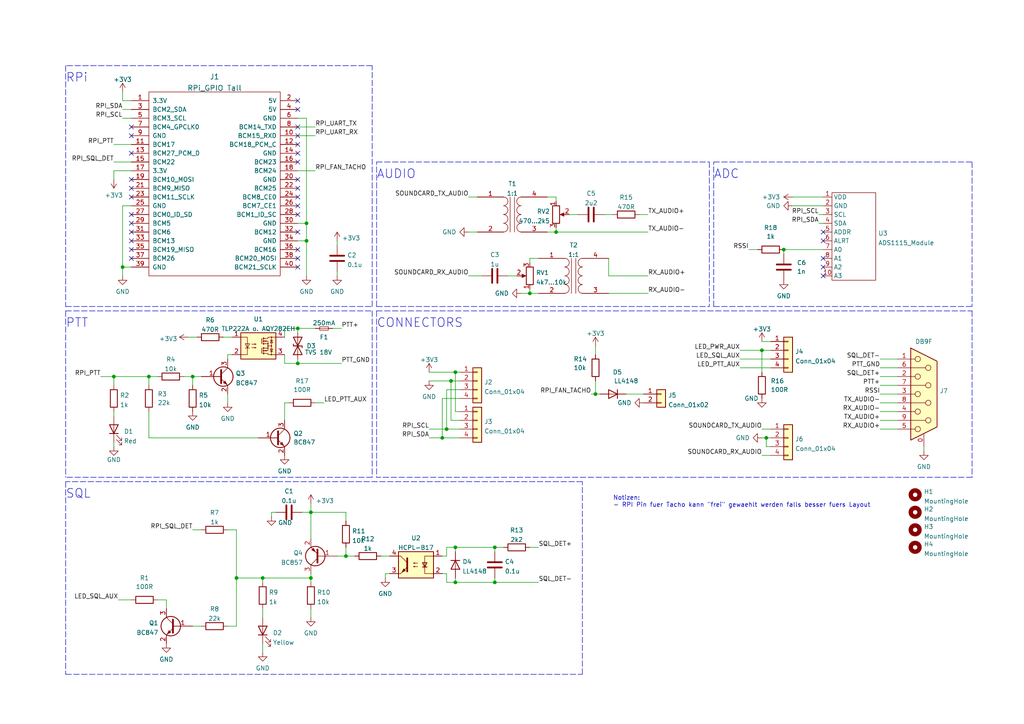
<source format=kicad_sch>
(kicad_sch (version 20211123) (generator eeschema)
  (paper "A4")
  (lib_symbols
    (symbol "ADS1115_Module:ADS1115_Module"
      (property "Reference" "U" (at 6.35 -26.67 0))
      (property "Value" "ADS1115_Module" (at 6.35 -29.21 0))
      (symbol "ADS1115_Module_1_1"
        (pin power_in line (at -2.54 -1.27 0) (length 2.54) (name "VDD") (number "1"))
        (pin input line (at -2.54 -24.13 0) (length 2.54) (name "A3") (number "10"))
        (pin power_in line (at -2.54 -3.81 0) (length 2.54) (name "GND") (number "2"))
        (pin input line (at -2.54 -6.35 0) (length 2.54) (name "SCL") (number "3"))
        (pin bidirectional line (at -2.54 -8.89 0) (length 2.54) (name "SDA") (number "4"))
        (pin input line (at -2.54 -11.43 0) (length 2.54) (name "ADDR") (number "5"))
        (pin output line (at -2.54 -13.97 0) (length 2.54) (name "ALRT") (number "6"))
        (pin input line (at -2.54 -16.51 0) (length 2.54) (name "A0") (number "7"))
        (pin input line (at -2.54 -19.05 0) (length 2.54) (name "A1") (number "8"))
        (pin input line (at -2.54 -21.59 0) (length 2.54) (name "A2") (number "9"))
      )
    )
    (symbol "Connector:DB9_Female_MountingHoles" (pin_names (offset 1.016) hide)
      (property "Reference" "J" (at 0 16.51 0))
      (property "Value" "DB9_Female_MountingHoles" (at 0 14.605 0))
      (symbol "DB9_Female_MountingHoles_1_1"
        (pin passive line (at 0 -15.24 90) (length 3.81) (name "PAD") (number "0"))
        (pin passive line (at -7.62 10.16 0) (length 3.81) (name "1") (number "1"))
        (pin passive line (at -7.62 5.08 0) (length 3.81) (name "2") (number "2"))
        (pin passive line (at -7.62 0 0) (length 3.81) (name "3") (number "3"))
        (pin passive line (at -7.62 -5.08 0) (length 3.81) (name "4") (number "4"))
        (pin passive line (at -7.62 -10.16 0) (length 3.81) (name "5") (number "5"))
        (pin passive line (at -7.62 7.62 0) (length 3.81) (name "6") (number "6"))
        (pin passive line (at -7.62 2.54 0) (length 3.81) (name "7") (number "7"))
        (pin passive line (at -7.62 -2.54 0) (length 3.81) (name "8") (number "8"))
        (pin passive line (at -7.62 -7.62 0) (length 3.81) (name "9") (number "9"))
      )
    )
    (symbol "Connector_Generic:Conn_01x02" (pin_names (offset 1.016) hide)
      (property "Reference" "J" (at 0 2.54 0))
      (property "Value" "Conn_01x02" (at 0 -5.08 0))
      (symbol "Conn_01x02_1_1"
        (pin passive line (at -5.08 0 0) (length 3.81) (name "Pin_1") (number "1"))
        (pin passive line (at -5.08 -2.54 0) (length 3.81) (name "Pin_2") (number "2"))
      )
    )
    (symbol "Connector_Generic:Conn_01x04" (pin_names (offset 1.016) hide)
      (property "Reference" "J" (at 0 5.08 0))
      (property "Value" "Conn_01x04" (at 0 -7.62 0))
      (symbol "Conn_01x04_1_1"
        (pin passive line (at -5.08 2.54 0) (length 3.81) (name "Pin_1") (number "1"))
        (pin passive line (at -5.08 0 0) (length 3.81) (name "Pin_2") (number "2"))
        (pin passive line (at -5.08 -2.54 0) (length 3.81) (name "Pin_3") (number "3"))
        (pin passive line (at -5.08 -5.08 0) (length 3.81) (name "Pin_4") (number "4"))
      )
    )
    (symbol "Device:C" (pin_numbers hide) (pin_names (offset 0.254))
      (property "Reference" "C" (at 0.635 2.54 0))
      (property "Value" "C" (at 0.635 -2.54 0))
      (symbol "C_1_1"
        (pin passive line (at 0 3.81 270) (length 2.794) (name "~") (number "1"))
        (pin passive line (at 0 -3.81 90) (length 2.794) (name "~") (number "2"))
      )
    )
    (symbol "Device:D_TVS" (pin_numbers hide) (pin_names (offset 1.016) hide)
      (property "Reference" "D" (at 0 2.54 0))
      (property "Value" "D_TVS" (at 0 -2.54 0))
      (symbol "D_TVS_1_1"
        (pin passive line (at -3.81 0 0) (length 2.54) (name "A1") (number "1"))
        (pin passive line (at 3.81 0 180) (length 2.54) (name "A2") (number "2"))
      )
    )
    (symbol "Device:Fuse_Small" (pin_numbers hide) (pin_names (offset 0.254) hide)
      (property "Reference" "F" (at 0 -1.524 0))
      (property "Value" "Fuse_Small" (at 0 1.524 0))
      (symbol "Fuse_Small_1_1"
        (pin passive line (at -2.54 0 0) (length 1.27) (name "~") (number "1"))
        (pin passive line (at 2.54 0 180) (length 1.27) (name "~") (number "2"))
      )
    )
    (symbol "Device:LED" (pin_numbers hide) (pin_names (offset 1.016) hide)
      (property "Reference" "D" (at 0 2.54 0))
      (property "Value" "LED" (at 0 -2.54 0))
      (symbol "LED_1_1"
        (pin passive line (at -3.81 0 0) (length 2.54) (name "K") (number "1"))
        (pin passive line (at 3.81 0 180) (length 2.54) (name "A") (number "2"))
      )
    )
    (symbol "Device:R" (pin_numbers hide) (pin_names (offset 0))
      (property "Reference" "R" (at 2.032 0 90))
      (property "Value" "R" (at 0 0 90))
      (symbol "R_1_1"
        (pin passive line (at 0 3.81 270) (length 1.27) (name "~") (number "1"))
        (pin passive line (at 0 -3.81 90) (length 1.27) (name "~") (number "2"))
      )
    )
    (symbol "Device:R_Potentiometer" (pin_names (offset 1.016) hide)
      (property "Reference" "RV" (at -4.445 0 90))
      (property "Value" "R_Potentiometer" (at -2.54 0 90))
      (symbol "R_Potentiometer_1_1"
        (pin passive line (at 0 3.81 270) (length 1.27) (name "1") (number "1"))
        (pin passive line (at 3.81 0 180) (length 1.27) (name "2") (number "2"))
        (pin passive line (at 0 -3.81 90) (length 1.27) (name "3") (number "3"))
      )
    )
    (symbol "Device:Transformer_1P_1S" (pin_names (offset 1.016) hide)
      (property "Reference" "T" (at 0 6.35 0))
      (property "Value" "Transformer_1P_1S" (at 0 -7.62 0))
      (symbol "Transformer_1P_1S_1_1"
        (pin passive line (at -10.16 5.08 0) (length 7.62) (name "AA") (number "1"))
        (pin passive line (at -10.16 -5.08 0) (length 7.62) (name "AB") (number "2"))
        (pin passive line (at 10.16 -5.08 180) (length 7.62) (name "SA") (number "3"))
        (pin passive line (at 10.16 5.08 180) (length 7.62) (name "SB") (number "4"))
      )
    )
    (symbol "Diode:LL4148" (pin_numbers hide) (pin_names (offset 1.016) hide)
      (property "Reference" "D" (at 0 2.54 0))
      (property "Value" "LL4148" (at 0 -2.54 0))
      (symbol "LL4148_1_1"
        (pin passive line (at -3.81 0 0) (length 2.54) (name "K") (number "1"))
        (pin passive line (at 3.81 0 180) (length 2.54) (name "A") (number "2"))
      )
    )
    (symbol "Isolator:SFH617A-1" (pin_names (offset 1.016))
      (property "Reference" "U" (at -5.08 5.08 0))
      (property "Value" "SFH617A-1" (at 0 5.08 0))
      (symbol "SFH617A-1_1_1"
        (pin passive line (at -7.62 2.54 0) (length 2.54) (name "~") (number "1"))
        (pin passive line (at -7.62 -2.54 0) (length 2.54) (name "~") (number "2"))
        (pin passive line (at 7.62 -2.54 180) (length 2.54) (name "~") (number "3"))
        (pin passive line (at 7.62 2.54 180) (length 2.54) (name "~") (number "4"))
      )
    )
    (symbol "Mechanical:MountingHole" (pin_names (offset 1.016))
      (property "Reference" "H" (at 0 5.08 0))
      (property "Value" "MountingHole" (at 0 3.175 0))
    )
    (symbol "RPi_Hat:RPi_GPIO" (pin_names (offset 1.016))
      (property "Reference" "J" (at 19.05 6.35 0))
      (property "Value" "RPi_GPIO" (at 19.05 3.81 0))
      (symbol "RPi_GPIO_1_1"
        (pin power_in line (at -5.08 0 0) (length 5.08) (name "3.3V") (number "1"))
        (pin bidirectional line (at 43.18 -10.16 180) (length 5.08) (name "BCM15_RXD") (number "10"))
        (pin bidirectional line (at -5.08 -12.7 0) (length 5.08) (name "BCM17") (number "11"))
        (pin bidirectional line (at 43.18 -12.7 180) (length 5.08) (name "BCM18_PCM_C") (number "12"))
        (pin bidirectional line (at -5.08 -15.24 0) (length 5.08) (name "BCM27_PCM_D") (number "13"))
        (pin power_in line (at 43.18 -15.24 180) (length 5.08) (name "GND") (number "14"))
        (pin bidirectional line (at -5.08 -17.78 0) (length 5.08) (name "BCM22") (number "15"))
        (pin bidirectional line (at 43.18 -17.78 180) (length 5.08) (name "BCM23") (number "16"))
        (pin power_in line (at -5.08 -20.32 0) (length 5.08) (name "3.3V") (number "17"))
        (pin bidirectional line (at 43.18 -20.32 180) (length 5.08) (name "BCM24") (number "18"))
        (pin bidirectional line (at -5.08 -22.86 0) (length 5.08) (name "BCM10_MOSI") (number "19"))
        (pin power_in line (at 43.18 0 180) (length 5.08) (name "5V") (number "2"))
        (pin power_in line (at 43.18 -22.86 180) (length 5.08) (name "GND") (number "20"))
        (pin bidirectional line (at -5.08 -25.4 0) (length 5.08) (name "BCM9_MISO") (number "21"))
        (pin bidirectional line (at 43.18 -25.4 180) (length 5.08) (name "BCM25") (number "22"))
        (pin bidirectional line (at -5.08 -27.94 0) (length 5.08) (name "BCM11_SCLK") (number "23"))
        (pin bidirectional line (at 43.18 -27.94 180) (length 5.08) (name "BCM8_CE0") (number "24"))
        (pin power_in line (at -5.08 -30.48 0) (length 5.08) (name "GND") (number "25"))
        (pin bidirectional line (at 43.18 -30.48 180) (length 5.08) (name "BCM7_CE1") (number "26"))
        (pin bidirectional line (at -5.08 -33.02 0) (length 5.08) (name "BCM0_ID_SD") (number "27"))
        (pin bidirectional line (at 43.18 -33.02 180) (length 5.08) (name "BCM1_ID_SC") (number "28"))
        (pin bidirectional line (at -5.08 -35.56 0) (length 5.08) (name "BCM5") (number "29"))
        (pin bidirectional line (at -5.08 -2.54 0) (length 5.08) (name "BCM2_SDA") (number "3"))
        (pin power_in line (at 43.18 -35.56 180) (length 5.08) (name "GND") (number "30"))
        (pin bidirectional line (at -5.08 -38.1 0) (length 5.08) (name "BCM6") (number "31"))
        (pin bidirectional line (at 43.18 -38.1 180) (length 5.08) (name "BCM12") (number "32"))
        (pin bidirectional line (at -5.08 -40.64 0) (length 5.08) (name "BCM13") (number "33"))
        (pin power_in line (at 43.18 -40.64 180) (length 5.08) (name "GND") (number "34"))
        (pin bidirectional line (at -5.08 -43.18 0) (length 5.08) (name "BCM19_MISO") (number "35"))
        (pin bidirectional line (at 43.18 -43.18 180) (length 5.08) (name "BCM16") (number "36"))
        (pin bidirectional line (at -5.08 -45.72 0) (length 5.08) (name "BCM26") (number "37"))
        (pin bidirectional line (at 43.18 -45.72 180) (length 5.08) (name "BCM20_MOSI") (number "38"))
        (pin power_in line (at -5.08 -48.26 0) (length 5.08) (name "GND") (number "39"))
        (pin power_in line (at 43.18 -2.54 180) (length 5.08) (name "5V") (number "4"))
        (pin bidirectional line (at 43.18 -48.26 180) (length 5.08) (name "BCM21_SCLK") (number "40"))
        (pin bidirectional line (at -5.08 -5.08 0) (length 5.08) (name "BCM3_SCL") (number "5"))
        (pin power_in line (at 43.18 -5.08 180) (length 5.08) (name "GND") (number "6"))
        (pin bidirectional line (at -5.08 -7.62 0) (length 5.08) (name "BCM4_GPCLK0") (number "7"))
        (pin bidirectional line (at 43.18 -7.62 180) (length 5.08) (name "BCM14_TXD") (number "8"))
        (pin power_in line (at -5.08 -10.16 0) (length 5.08) (name "GND") (number "9"))
      )
    )
    (symbol "Relay_SolidState:TLP222A"
      (property "Reference" "U" (at -5.08 5.08 0))
      (property "Value" "TLP222A" (at 0 5.08 0))
      (symbol "TLP222A_1_1"
        (pin passive line (at -7.62 2.54 0) (length 2.54) (name "~") (number "1"))
        (pin passive line (at -7.62 -2.54 0) (length 2.54) (name "~") (number "2"))
        (pin passive line (at 7.62 -2.54 180) (length 2.54) (name "~") (number "3"))
        (pin passive line (at 7.62 2.54 180) (length 2.54) (name "~") (number "4"))
      )
    )
    (symbol "Transistor_BJT:BC847" (pin_names (offset 0) hide)
      (property "Reference" "Q" (at 5.08 1.905 0))
      (property "Value" "BC847" (at 5.08 0 0))
      (symbol "BC847_1_1"
        (pin input line (at -5.08 0 0) (length 5.715) (name "B") (number "1"))
        (pin passive line (at 2.54 -5.08 90) (length 2.54) (name "E") (number "2"))
        (pin passive line (at 2.54 5.08 270) (length 2.54) (name "C") (number "3"))
      )
    )
    (symbol "Transistor_BJT:BC857" (pin_names (offset 0) hide)
      (property "Reference" "Q" (at 5.08 1.905 0))
      (property "Value" "BC857" (at 5.08 0 0))
      (symbol "BC857_1_1"
        (pin input line (at -5.08 0 0) (length 5.715) (name "B") (number "1"))
        (pin passive line (at 2.54 -5.08 90) (length 2.54) (name "E") (number "2"))
        (pin passive line (at 2.54 5.08 270) (length 2.54) (name "C") (number "3"))
      )
    )
    (symbol "power:+3V3" (power) (pin_names (offset 0))
      (property "Value" "+3V3" (at 0 3.556 0))
      (symbol "+3V3_1_1"
        (pin power_in line (at 0 0 90) (length 0) hide (name "+3V3") (number "1"))
      )
    )
    (symbol "power:GND" (power) (pin_names (offset 0))
      (property "Value" "GND" (at 0 -3.81 0))
      (symbol "GND_1_1"
        (pin power_in line (at 0 0 270) (length 0) hide (name "GND") (number "1"))
      )
    )
  )
  (junction (at 88.9 69.85))
  (junction (at 132.08 158.75))
  (junction (at 172.72 114.3))
  (junction (at 86.36 105.41))
  (junction (at 128.27 127))
  (junction (at 33.02 109.22))
  (junction (at 55.88 109.22))
  (junction (at 222.25 127))
  (junction (at 220.98 101.6))
  (junction (at 153.67 85.09))
  (junction (at 76.2 167.64))
  (junction (at 35.56 77.47))
  (junction (at 161.29 67.31))
  (junction (at 90.17 167.64))
  (junction (at 86.36 95.25))
  (junction (at 227.33 72.39))
  (junction (at 143.51 168.91))
  (junction (at 130.81 110.49))
  (junction (at 90.17 148.59))
  (junction (at 88.9 64.77))
  (junction (at 68.58 167.64))
  (junction (at 143.51 158.75))
  (junction (at 129.54 124.46))
  (junction (at 132.08 107.95))
  (junction (at 132.08 168.91))
  (junction (at 100.33 161.29))
  (junction (at 43.18 109.22))
  (no_connect (at 38.1 64.77))
  (no_connect (at 38.1 62.23))
  (no_connect (at 38.1 44.45))
  (no_connect (at 38.1 36.83))
  (no_connect (at 38.1 67.31))
  (no_connect (at 38.1 72.39))
  (no_connect (at 38.1 74.93))
  (no_connect (at 38.1 69.85))
  (no_connect (at 38.1 52.07))
  (no_connect (at 38.1 54.61))
  (no_connect (at 38.1 57.15))
  (no_connect (at 86.36 74.93))
  (no_connect (at 86.36 59.69))
  (no_connect (at 86.36 67.31))
  (no_connect (at 86.36 57.15))
  (no_connect (at 86.36 62.23))
  (no_connect (at 86.36 72.39))
  (no_connect (at 86.36 77.47))
  (no_connect (at 86.36 54.61))
  (no_connect (at 86.36 41.91))
  (no_connect (at 86.36 46.99))
  (no_connect (at 86.36 52.07))
  (no_connect (at 238.76 67.31))
  (no_connect (at 86.36 31.75))
  (no_connect (at 86.36 29.21))
  (no_connect (at 238.76 80.01))
  (no_connect (at 238.76 74.93))
  (no_connect (at 238.76 77.47))
  (no_connect (at 86.36 36.83))
  (no_connect (at 86.36 39.37))
  (no_connect (at 238.76 69.85))
  (no_connect (at 86.36 44.45))
  (no_connect (at 38.1 39.37))
  (wire (pts (xy 64.77 97.79) (xy 67.31 97.79)))
  (wire (pts (xy 124.46 124.46) (xy 129.54 124.46)))
  (wire (pts (xy 161.29 67.31) (xy 161.29 66.04)))
  (wire (pts (xy 82.55 116.84) (xy 82.55 121.92)))
  (wire (pts (xy 132.08 160.02) (xy 132.08 158.75)))
  (wire (pts (xy 223.52 129.54) (xy 222.25 129.54)))
  (wire (pts (xy 255.27 106.68) (xy 260.35 106.68)))
  (wire (pts (xy 151.13 85.09) (xy 153.67 85.09)))
  (wire (pts (xy 35.56 77.47) (xy 35.56 80.01)))
  (wire (pts (xy 214.63 101.6) (xy 220.98 101.6)))
  (wire (pts (xy 33.02 128.27) (xy 33.02 129.54)))
  (wire (pts (xy 68.58 167.64) (xy 68.58 153.67)))
  (polyline (pts (xy 19.05 90.17) (xy 19.05 138.43)))
  (wire (pts (xy 33.02 46.99) (xy 38.1 46.99)))
  (wire (pts (xy 124.46 127) (xy 128.27 127)))
  (wire (pts (xy 91.44 116.84) (xy 93.98 116.84)))
  (wire (pts (xy 132.08 168.91) (xy 132.08 167.64)))
  (polyline (pts (xy 19.05 19.05) (xy 19.05 88.9)))
  (polyline (pts (xy 207.01 46.99) (xy 281.94 46.99)))
  (wire (pts (xy 227.33 72.39) (xy 238.76 72.39)))
  (wire (pts (xy 86.36 49.53) (xy 91.44 49.53)))
  (wire (pts (xy 229.87 59.69) (xy 238.76 59.69)))
  (wire (pts (xy 33.02 109.22) (xy 33.02 111.76)))
  (wire (pts (xy 66.04 153.67) (xy 68.58 153.67)))
  (polyline (pts (xy 109.22 90.17) (xy 281.94 90.17)))
  (wire (pts (xy 35.56 59.69) (xy 38.1 59.69)))
  (wire (pts (xy 87.63 148.59) (xy 90.17 148.59)))
  (wire (pts (xy 86.36 95.25) (xy 86.36 96.52)))
  (wire (pts (xy 86.36 105.41) (xy 82.55 105.41)))
  (wire (pts (xy 90.17 148.59) (xy 100.33 148.59)))
  (wire (pts (xy 220.98 124.46) (xy 223.52 124.46)))
  (wire (pts (xy 35.56 34.29) (xy 38.1 34.29)))
  (wire (pts (xy 147.32 80.01) (xy 149.86 80.01)))
  (wire (pts (xy 55.88 153.67) (xy 58.42 153.67)))
  (wire (pts (xy 35.56 31.75) (xy 38.1 31.75)))
  (wire (pts (xy 153.67 85.09) (xy 156.21 85.09)))
  (polyline (pts (xy 207.01 88.9) (xy 281.94 88.9)))
  (wire (pts (xy 129.54 166.37) (xy 129.54 168.91)))
  (wire (pts (xy 128.27 127) (xy 128.27 115.57)))
  (wire (pts (xy 124.46 110.49) (xy 130.81 110.49)))
  (wire (pts (xy 128.27 115.57) (xy 133.35 115.57)))
  (polyline (pts (xy 107.95 88.9) (xy 107.95 19.05)))
  (wire (pts (xy 35.56 77.47) (xy 35.56 59.69)))
  (wire (pts (xy 86.36 105.41) (xy 99.06 105.41)))
  (wire (pts (xy 55.88 181.61) (xy 58.42 181.61)))
  (wire (pts (xy 68.58 167.64) (xy 76.2 167.64)))
  (polyline (pts (xy 207.01 88.9) (xy 207.01 46.99)))
  (wire (pts (xy 128.27 161.29) (xy 129.54 161.29)))
  (wire (pts (xy 220.98 99.06) (xy 223.52 99.06)))
  (wire (pts (xy 176.53 80.01) (xy 187.96 80.01)))
  (polyline (pts (xy 168.91 195.58) (xy 168.91 139.7)))
  (wire (pts (xy 111.76 167.64) (xy 111.76 166.37)))
  (wire (pts (xy 133.35 119.38) (xy 132.08 119.38)))
  (wire (pts (xy 172.72 110.49) (xy 172.72 114.3)))
  (polyline (pts (xy 107.95 19.05) (xy 19.05 19.05)))
  (wire (pts (xy 220.98 101.6) (xy 223.52 101.6)))
  (wire (pts (xy 82.55 102.87) (xy 82.55 105.41)))
  (polyline (pts (xy 19.05 88.9) (xy 107.95 88.9)))
  (wire (pts (xy 90.17 176.53) (xy 90.17 179.07)))
  (wire (pts (xy 255.27 124.46) (xy 260.35 124.46)))
  (wire (pts (xy 129.54 161.29) (xy 129.54 158.75)))
  (wire (pts (xy 237.49 62.23) (xy 238.76 62.23)))
  (wire (pts (xy 130.81 110.49) (xy 133.35 110.49)))
  (wire (pts (xy 76.2 167.64) (xy 76.2 168.91)))
  (wire (pts (xy 33.02 109.22) (xy 43.18 109.22)))
  (wire (pts (xy 66.04 114.3) (xy 66.04 116.84)))
  (wire (pts (xy 76.2 176.53) (xy 76.2 179.07)))
  (wire (pts (xy 35.56 29.21) (xy 38.1 29.21)))
  (wire (pts (xy 45.72 173.99) (xy 48.26 173.99)))
  (wire (pts (xy 90.17 166.37) (xy 90.17 167.64)))
  (wire (pts (xy 214.63 106.68) (xy 223.52 106.68)))
  (wire (pts (xy 255.27 119.38) (xy 260.35 119.38)))
  (wire (pts (xy 66.04 102.87) (xy 67.31 102.87)))
  (wire (pts (xy 133.35 121.92) (xy 130.81 121.92)))
  (wire (pts (xy 143.51 158.75) (xy 146.05 158.75)))
  (wire (pts (xy 153.67 74.93) (xy 156.21 74.93)))
  (wire (pts (xy 172.72 100.33) (xy 172.72 102.87)))
  (wire (pts (xy 143.51 158.75) (xy 143.51 160.02)))
  (wire (pts (xy 153.67 158.75) (xy 156.21 158.75)))
  (wire (pts (xy 176.53 74.93) (xy 176.53 80.01)))
  (wire (pts (xy 172.72 114.3) (xy 173.99 114.3)))
  (wire (pts (xy 128.27 127) (xy 133.35 127)))
  (wire (pts (xy 88.9 64.77) (xy 86.36 64.77)))
  (wire (pts (xy 82.55 95.25) (xy 82.55 97.79)))
  (wire (pts (xy 143.51 168.91) (xy 132.08 168.91)))
  (wire (pts (xy 220.98 101.6) (xy 220.98 107.95)))
  (polyline (pts (xy 19.05 90.17) (xy 107.95 90.17)))
  (wire (pts (xy 90.17 167.64) (xy 76.2 167.64)))
  (polyline (pts (xy 109.22 46.99) (xy 205.74 46.99)))
  (wire (pts (xy 33.02 119.38) (xy 33.02 120.65)))
  (wire (pts (xy 132.08 107.95) (xy 133.35 107.95)))
  (wire (pts (xy 43.18 119.38) (xy 43.18 127)))
  (wire (pts (xy 97.79 78.74) (xy 97.79 80.01)))
  (wire (pts (xy 66.04 181.61) (xy 68.58 181.61)))
  (wire (pts (xy 143.51 167.64) (xy 143.51 168.91)))
  (wire (pts (xy 129.54 124.46) (xy 129.54 113.03)))
  (wire (pts (xy 88.9 34.29) (xy 88.9 64.77)))
  (wire (pts (xy 66.04 104.14) (xy 66.04 102.87)))
  (wire (pts (xy 222.25 129.54) (xy 222.25 127)))
  (wire (pts (xy 100.33 158.75) (xy 100.33 161.29)))
  (wire (pts (xy 35.56 26.67) (xy 35.56 29.21)))
  (wire (pts (xy 86.36 36.83) (xy 91.44 36.83)))
  (wire (pts (xy 128.27 166.37) (xy 129.54 166.37)))
  (wire (pts (xy 34.29 173.99) (xy 38.1 173.99)))
  (wire (pts (xy 110.49 161.29) (xy 113.03 161.29)))
  (wire (pts (xy 90.17 148.59) (xy 90.17 156.21)))
  (wire (pts (xy 129.54 124.46) (xy 133.35 124.46)))
  (polyline (pts (xy 109.22 88.9) (xy 109.22 46.99)))
  (wire (pts (xy 255.27 114.3) (xy 260.35 114.3)))
  (wire (pts (xy 220.98 132.08) (xy 223.52 132.08)))
  (polyline (pts (xy 281.94 90.17) (xy 281.94 138.43)))
  (wire (pts (xy 153.67 76.2) (xy 153.67 74.93)))
  (polyline (pts (xy 107.95 138.43) (xy 19.05 138.43)))
  (wire (pts (xy 255.27 116.84) (xy 260.35 116.84)))
  (wire (pts (xy 83.82 116.84) (xy 82.55 116.84)))
  (polyline (pts (xy 19.05 139.7) (xy 19.05 195.58)))
  (wire (pts (xy 129.54 158.75) (xy 132.08 158.75)))
  (polyline (pts (xy 281.94 46.99) (xy 281.94 88.9)))
  (wire (pts (xy 29.21 109.22) (xy 33.02 109.22)))
  (wire (pts (xy 220.98 127) (xy 222.25 127)))
  (polyline (pts (xy 109.22 88.9) (xy 205.74 88.9)))
  (wire (pts (xy 255.27 111.76) (xy 260.35 111.76)))
  (wire (pts (xy 237.49 64.77) (xy 238.76 64.77)))
  (wire (pts (xy 111.76 166.37) (xy 113.03 166.37)))
  (polyline (pts (xy 19.05 195.58) (xy 168.91 195.58)))
  (wire (pts (xy 129.54 168.91) (xy 132.08 168.91)))
  (wire (pts (xy 33.02 49.53) (xy 38.1 49.53)))
  (wire (pts (xy 158.75 57.15) (xy 161.29 57.15)))
  (wire (pts (xy 175.26 62.23) (xy 177.8 62.23)))
  (wire (pts (xy 48.26 173.99) (xy 48.26 176.53)))
  (wire (pts (xy 161.29 67.31) (xy 187.96 67.31)))
  (wire (pts (xy 130.81 121.92) (xy 130.81 110.49)))
  (wire (pts (xy 267.97 129.54) (xy 267.97 130.81)))
  (wire (pts (xy 181.61 114.3) (xy 186.69 114.3)))
  (wire (pts (xy 135.89 80.01) (xy 139.7 80.01)))
  (wire (pts (xy 43.18 111.76) (xy 43.18 109.22)))
  (wire (pts (xy 97.79 161.29) (xy 100.33 161.29)))
  (wire (pts (xy 76.2 186.69) (xy 76.2 189.23)))
  (wire (pts (xy 78.74 149.86) (xy 78.74 148.59)))
  (wire (pts (xy 78.74 148.59) (xy 80.01 148.59)))
  (wire (pts (xy 43.18 127) (xy 74.93 127)))
  (wire (pts (xy 214.63 104.14) (xy 223.52 104.14)))
  (wire (pts (xy 222.25 127) (xy 223.52 127)))
  (wire (pts (xy 88.9 69.85) (xy 88.9 80.01)))
  (wire (pts (xy 86.36 39.37) (xy 91.44 39.37)))
  (wire (pts (xy 54.61 97.79) (xy 57.15 97.79)))
  (polyline (pts (xy 281.94 138.43) (xy 109.22 138.43)))
  (wire (pts (xy 55.88 109.22) (xy 55.88 111.76)))
  (wire (pts (xy 143.51 168.91) (xy 156.21 168.91)))
  (wire (pts (xy 255.27 104.14) (xy 260.35 104.14)))
  (wire (pts (xy 33.02 41.91) (xy 38.1 41.91)))
  (wire (pts (xy 255.27 109.22) (xy 260.35 109.22)))
  (wire (pts (xy 229.87 57.15) (xy 238.76 57.15)))
  (wire (pts (xy 96.52 95.25) (xy 99.06 95.25)))
  (wire (pts (xy 185.42 62.23) (xy 187.96 62.23)))
  (wire (pts (xy 33.02 52.07) (xy 33.02 49.53)))
  (wire (pts (xy 88.9 69.85) (xy 88.9 64.77)))
  (polyline (pts (xy 205.74 46.99) (xy 205.74 88.9)))
  (wire (pts (xy 129.54 113.03) (xy 133.35 113.03)))
  (wire (pts (xy 135.89 57.15) (xy 138.43 57.15)))
  (wire (pts (xy 53.34 109.22) (xy 55.88 109.22)))
  (wire (pts (xy 176.53 85.09) (xy 187.96 85.09)))
  (wire (pts (xy 100.33 151.13) (xy 100.33 148.59)))
  (wire (pts (xy 43.18 109.22) (xy 45.72 109.22)))
  (wire (pts (xy 217.17 72.39) (xy 219.71 72.39)))
  (wire (pts (xy 135.89 67.31) (xy 138.43 67.31)))
  (wire (pts (xy 124.46 107.95) (xy 132.08 107.95)))
  (wire (pts (xy 86.36 34.29) (xy 88.9 34.29)))
  (polyline (pts (xy 109.22 90.17) (xy 109.22 138.43)))
  (wire (pts (xy 100.33 161.29) (xy 102.87 161.29)))
  (polyline (pts (xy 168.91 139.7) (xy 19.05 139.7)))
  (wire (pts (xy 132.08 107.95) (xy 132.08 119.38)))
  (wire (pts (xy 86.36 95.25) (xy 91.44 95.25)))
  (wire (pts (xy 97.79 69.85) (xy 97.79 71.12)))
  (wire (pts (xy 165.1 62.23) (xy 167.64 62.23)))
  (wire (pts (xy 153.67 83.82) (xy 153.67 85.09)))
  (wire (pts (xy 171.45 114.3) (xy 172.72 114.3)))
  (polyline (pts (xy 107.95 90.17) (xy 107.95 138.43)))
  (wire (pts (xy 255.27 121.92) (xy 260.35 121.92)))
  (wire (pts (xy 68.58 181.61) (xy 68.58 167.64)))
  (wire (pts (xy 55.88 109.22) (xy 58.42 109.22)))
  (wire (pts (xy 82.55 95.25) (xy 86.36 95.25)))
  (wire (pts (xy 161.29 57.15) (xy 161.29 58.42)))
  (wire (pts (xy 38.1 77.47) (xy 35.56 77.47)))
  (wire (pts (xy 132.08 158.75) (xy 143.51 158.75)))
  (wire (pts (xy 86.36 69.85) (xy 88.9 69.85)))
  (wire (pts (xy 158.75 67.31) (xy 161.29 67.31)))
  (wire (pts (xy 86.36 104.14) (xy 86.36 105.41)))
  (wire (pts (xy 227.33 73.66) (xy 227.33 72.39)))
  (wire (pts (xy 90.17 167.64) (xy 90.17 168.91)))
  (wire (pts (xy 90.17 146.05) (xy 90.17 148.59)))
  (text "ADC" (at 207.01 52.07 0) (effects (font (size 2.54 2.54)) (justify left bottom)))
  (text "CONNECTORS" (at 109.22 95.25 0) (effects (font (size 2.54 2.54)) (justify left bottom)))
  (text "SQL" (at 19.05 144.78 0) (effects (font (size 2.54 2.54)) (justify left bottom)))
  (text "RPi" (at 19.05 24.13 0) (effects (font (size 2.54 2.54)) (justify left bottom)))
  (text "Notizen:\n- RPI Pin fuer Tacho kann \"frei\" gewaehlt werden falls besser fuers Layout" (at 177.8 147.32 0) (effects (font (size 1.27 1.27)) (justify left bottom)))
  (text "PTT" (at 19.05 95.25 0) (effects (font (size 2.54 2.54)) (justify left bottom)))
  (text "AUDIO" (at 109.22 52.07 0) (effects (font (size 2.54 2.54)) (justify left bottom)))
  (label "LED_PWR_AUX" (at 214.63 101.6 180))
  (label "RPI_FAN_TACHO" (at 91.44 49.53 0))
  (label "SQL_DET-" (at 255.27 104.14 180))
  (label "SOUNDCARD_TX_AUDIO" (at 220.98 124.46 180))
  (label "PTT_GND" (at 99.06 105.41 0))
  (label "RPI_SCL" (at 35.56 34.29 180))
  (label "SOUNDCARD_RX_AUDIO" (at 135.89 80.01 180))
  (label "PTT_GND" (at 255.27 106.68 180))
  (label "RPI_SCL" (at 124.46 124.46 180))
  (label "PTT+" (at 99.06 95.25 0))
  (label "RSSI" (at 217.17 72.39 180))
  (label "RPI_SCL" (at 237.49 62.23 180))
  (label "RPI_SDA" (at 124.46 127 180))
  (label "RX_AUDIO-" (at 187.96 85.09 0))
  (label "RPI_SQL_DET" (at 55.88 153.67 180))
  (label "RPI_FAN_TACHO" (at 171.45 114.3 180))
  (label "RX_AUDIO-" (at 255.27 119.38 180))
  (label "LED_PTT_AUX" (at 214.63 106.68 180))
  (label "RPI_PTT" (at 29.21 109.22 180))
  (label "RPI_PTT" (at 33.02 41.91 180))
  (label "SQL_DET+" (at 156.21 158.75 0))
  (label "TX_AUDIO-" (at 187.96 67.31 0))
  (label "RPI_SQL_DET" (at 33.02 46.99 180))
  (label "RPI_SDA" (at 35.56 31.75 180))
  (label "RX_AUDIO+" (at 187.96 80.01 0))
  (label "LED_SQL_AUX" (at 34.29 173.99 180))
  (label "TX_AUDIO-" (at 255.27 116.84 180))
  (label "LED_PTT_AUX" (at 93.98 116.84 0))
  (label "TX_AUDIO+" (at 187.96 62.23 0))
  (label "RPI_UART_TX" (at 91.44 36.83 0))
  (label "TX_AUDIO+" (at 255.27 121.92 180))
  (label "RPI_UART_RX" (at 91.44 39.37 0))
  (label "RSSI" (at 255.27 114.3 180))
  (label "SOUNDCARD_RX_AUDIO" (at 220.98 132.08 180))
  (label "RPI_SDA" (at 237.49 64.77 180))
  (label "SQL_DET-" (at 156.21 168.91 0))
  (label "PTT+" (at 255.27 111.76 180))
  (label "LED_SQL_AUX" (at 214.63 104.14 180))
  (label "SQL_DET+" (at 255.27 109.22 180))
  (label "SOUNDCARD_TX_AUDIO" (at 135.89 57.15 180))
  (label "RX_AUDIO+" (at 255.27 124.46 180))
  (symbol (lib_id "Isolator:SFH617A-1") (at 120.65 163.83 0) (mirror y) (unit 1)
    (property "Reference" "U2" (at 120.65 156.0535 0))
    (property "Value" "HCPL-B17" (at 120.65 158.8286 0))
    (property "Footprint" "Package_DIP:DIP-4_W7.62mm" (effects hide))
    (property "Datasheet" "http://www.vishay.com/docs/83740/sfh617a.pdf" (effects hide))
    (property "PartNr_Mouser" "630-HCPL-817-06DE" (effects hide))
  )
  (symbol (lib_id "Device:R") (at 33.02 115.57 180) (unit 1)
    (property "Reference" "R2" (at 34.798 114.6615 0) (effects (justify right)))
    (property "Value" "1k" (at 34.798 117.4366 0) (effects (justify right)))
    (property "Footprint" "Resistor_SMD:R_0805_2012Metric_Pad1.20x1.40mm_HandSolder" (effects hide))
    (property "PartNr_Mouser" "652-CR0805FX-1001ELF" (effects hide))
  )
  (symbol (lib_id "Mechanical:MountingHole") (at 265.43 158.75 0) (unit 1)
    (property "Reference" "H4" (at 267.97 157.8415 0) (effects (justify left)))
    (property "Value" "MountingHole" (at 267.97 160.6166 0) (effects (justify left)))
    (property "Footprint" "RPi_Hat:RPi_Hat_Mounting_Hole" (effects hide))
    (property "PartNr_Mouser" "--" (effects hide))
  )
  (symbol (lib_id "power:GND") (at 48.26 186.69 0) (unit 1)
    (property "Reference" "#PWR04" (effects hide))
    (property "Value" "GND" (at 48.26 191.2525 0))
  )
  (symbol (lib_id "power:GND") (at 33.02 129.54 0) (unit 1)
    (property "Reference" "#PWR05" (effects hide))
    (property "Value" "GND" (at 33.02 133.35 0))
  )
  (symbol (lib_id "Device:R") (at 149.86 158.75 270) (unit 1)
    (property "Reference" "R13" (at 149.86 153.7675 90))
    (property "Value" "2k2" (at 149.86 156.5426 90))
    (property "Footprint" "Resistor_SMD:R_0805_2012Metric_Pad1.20x1.40mm_HandSolder" (effects hide))
    (property "PartNr_Mouser" "652-CR0805FX-2201ELF" (effects hide))
  )
  (symbol (lib_id "Device:R") (at 100.33 154.94 180) (unit 1)
    (property "Reference" "R11" (at 102.108 154.0315 0) (effects (justify right)))
    (property "Value" "10k" (at 102.108 156.8066 0) (effects (justify right)))
    (property "Footprint" "Resistor_SMD:R_0805_2012Metric_Pad1.20x1.40mm_HandSolder" (effects hide))
    (property "PartNr_Mouser" "603-RC0805JR-0710KL" (effects hide))
  )
  (symbol (lib_id "Device:R") (at 62.23 181.61 270) (unit 1)
    (property "Reference" "R8" (at 62.23 176.6275 90))
    (property "Value" "22k" (at 62.23 179.4026 90))
    (property "Footprint" "Resistor_SMD:R_0805_2012Metric_Pad1.20x1.40mm_HandSolder" (effects hide))
    (property "PartNr_Mouser" "603-RC0805FR-0722KL" (effects hide))
  )
  (symbol (lib_id "power:+3V3") (at 35.56 26.67 0) (unit 1)
    (property "Reference" "#PWR02" (effects hide))
    (property "Value" "+3V3" (at 35.56 23.0655 0))
  )
  (symbol (lib_id "Device:Fuse_Small") (at 93.98 95.25 0) (unit 1)
    (property "Reference" "F1" (at 93.98 97.79 0))
    (property "Value" "250mA" (at 93.98 93.6776 0))
    (property "Footprint" "Fuse:Fuse_1206_3216Metric_Pad1.42x1.75mm_HandSolder" (effects hide))
    (property "PartNr_Mouser" "576-1206L025YR " (effects hide))
  )
  (symbol (lib_id "Connector_Generic:Conn_01x04") (at 228.6 101.6 0) (unit 1)
    (property "Reference" "J4" (at 230.632 101.9615 0) (effects (justify left)))
    (property "Value" "Conn_01x04" (at 230.632 104.7366 0) (effects (justify left)))
    (property "Footprint" "Connector_JST:JST_XH_B4B-XH-A_1x04_P2.50mm_Vertical" (effects hide))
    (property "PartNr_Mouser" "--" (effects hide))
  )
  (symbol (lib_id "Connector_Generic:Conn_01x04") (at 138.43 110.49 0) (unit 1)
    (property "Reference" "J2" (at 140.462 110.8515 0) (effects (justify left)))
    (property "Value" "Conn_01x04" (at 140.462 113.6266 0) (effects (justify left)))
    (property "Footprint" "Connector_JST:JST_XH_B4B-XH-A_1x04_P2.50mm_Vertical" (effects hide))
    (property "PartNr_Mouser" "--" (effects hide))
  )
  (symbol (lib_id "Transistor_BJT:BC847") (at 63.5 109.22 0) (unit 1)
    (property "Reference" "Q3" (at 68.3514 108.3115 0) (effects (justify left)))
    (property "Value" "BC847" (at 68.3514 111.0866 0) (effects (justify left)))
    (property "Footprint" "Package_TO_SOT_SMD:SOT-23" (effects hide))
    (property "Datasheet" "http://www.infineon.com/dgdl/Infineon-BC847SERIES_BC848SERIES_BC849SERIES_BC850SERIES-DS-v01_01-en.pdf?fileId=db3a304314dca389011541d4630a1657" (effects hide))
    (property "PartNr_Mouser" "771-BC847235" (effects hide))
  )
  (symbol (lib_id "Mechanical:MountingHole") (at 265.43 148.59 0) (unit 1)
    (property "Reference" "H2" (at 267.97 147.6815 0) (effects (justify left)))
    (property "Value" "MountingHole" (at 267.97 150.4566 0) (effects (justify left)))
    (property "Footprint" "RPi_Hat:RPi_Hat_Mounting_Hole" (effects hide))
    (property "PartNr_Mouser" "--" (effects hide))
  )
  (symbol (lib_id "Relay_SolidState:TLP222A") (at 74.93 100.33 0) (unit 1)
    (property "Reference" "U1" (at 74.93 92.5535 0))
    (property "Value" "TLP222A o. AQY282EH" (at 74.93 95.3286 0))
    (property "Footprint" "Package_DIP:DIP-4_W7.62mm" (effects hide))
    (property "Datasheet" "https://toshiba.semicon-storage.com/info/docget.jsp?did=17036&prodName=TLP222A" (effects hide))
    (property "PartNr_Mouser" "AQY282EH" (effects hide))
  )
  (symbol (lib_id "Transistor_BJT:BC857") (at 92.71 161.29 180) (unit 1)
    (property "Reference" "Q4" (at 87.8586 160.3815 0) (effects (justify left)))
    (property "Value" "BC857" (at 87.8586 163.1566 0) (effects (justify left)))
    (property "Footprint" "Package_TO_SOT_SMD:SOT-23" (effects hide))
    (property "Datasheet" "https://www.onsemi.com/pub/Collateral/BC860-D.pdf" (effects hide))
    (property "PartNr_Mouser" "771-BC857/T3" (effects hide))
  )
  (symbol (lib_id "power:GND") (at 90.17 179.07 0) (unit 1)
    (property "Reference" "#PWR015" (effects hide))
    (property "Value" "GND" (at 90.17 183.6325 0))
  )
  (symbol (lib_id "RPi_Hat:RPi_GPIO") (at 43.18 29.21 0) (unit 1)
    (property "Reference" "J1" (at 62.23 22.2661 0) (effects (font (size 1.524 1.524))))
    (property "Value" "RPi_GPIO Tall" (at 62.23 25.5451 0) (effects (font (size 1.524 1.524))))
    (property "Footprint" "RPi_Hat:Pin_Header_Straight_2x20" (effects hide))
    (property "PartNr_Mouser" "485-1992" (effects hide))
  )
  (symbol (lib_id "Mechanical:MountingHole") (at 265.43 153.67 0) (unit 1)
    (property "Reference" "H3" (at 267.97 152.7615 0) (effects (justify left)))
    (property "Value" "MountingHole" (at 267.97 155.5366 0) (effects (justify left)))
    (property "Footprint" "RPi_Hat:RPi_Hat_Mounting_Hole" (effects hide))
    (property "PartNr_Mouser" "--" (effects hide))
  )
  (symbol (lib_id "power:+3V3") (at 97.79 69.85 0) (unit 1)
    (property "Reference" "#PWR016" (effects hide))
    (property "Value" "+3V3" (at 99.187 69.059 0) (effects (justify left)))
  )
  (symbol (lib_id "power:+3V3") (at 33.02 52.07 180) (unit 1)
    (property "Reference" "#PWR01" (effects hide))
    (property "Value" "+3V3" (at 33.02 56.6325 0))
  )
  (symbol (lib_id "power:GND") (at 124.46 110.49 0) (unit 1)
    (property "Reference" "#PWR020" (effects hide))
    (property "Value" "GND" (at 124.46 115.0525 0))
  )
  (symbol (lib_id "Device:LED") (at 33.02 124.46 90) (unit 1)
    (property "Reference" "D1" (at 35.941 125.139 90) (effects (justify right)))
    (property "Value" "Red" (at 35.941 127.9141 90) (effects (justify right)))
    (property "Footprint" "LED_SMD:LED_0805_2012Metric_Pad1.15x1.40mm_HandSolder" (effects hide))
    (property "PartNr_Mouser" "755-SML-H12V8TT86C" (effects hide))
  )
  (symbol (lib_id "Device:C") (at 227.33 77.47 180) (unit 1)
    (property "Reference" "C6" (at 231.14 76.1999 0) (effects (justify right)))
    (property "Value" "1n" (at 231.14 78.7399 0) (effects (justify right)))
    (property "Footprint" "Capacitor_SMD:C_0805_2012Metric_Pad1.18x1.45mm_HandSolder" (effects hide))
    (property "PartNr_Mouser" "187-CL21B102KBANNNL" (effects hide))
  )
  (symbol (lib_id "Connector_Generic:Conn_01x04") (at 228.6 127 0) (unit 1)
    (property "Reference" "J6" (at 230.632 127.3615 0) (effects (justify left)))
    (property "Value" "Conn_01x04" (at 230.632 130.1366 0) (effects (justify left)))
    (property "Footprint" "Connector_JST:JST_XH_B4B-XH-A_1x04_P2.50mm_Vertical" (effects hide))
    (property "PartNr_Mouser" "--" (effects hide))
  )
  (symbol (lib_id "power:GND") (at 151.13 85.09 270) (unit 1)
    (property "Reference" "#PWR022" (effects hide))
    (property "Value" "GND" (at 143.51 85.09 90) (effects (justify left)))
  )
  (symbol (lib_id "Device:R_Potentiometer") (at 153.67 80.01 180) (unit 1)
    (property "Reference" "RV1" (at 155.448 79.1015 0) (effects (justify right)))
    (property "Value" "4k7...10k" (at 155.448 81.8766 0) (effects (justify right)))
    (property "Footprint" "Potentiometer_SMD:Potentiometer_Vishay_TS53YL_Vertical" (effects hide))
    (property "PartNr_Mouser" "72-TS53YL-5K" (effects hide))
  )
  (symbol (lib_id "power:+3V3") (at 124.46 107.95 0) (unit 1)
    (property "Reference" "#PWR019" (effects hide))
    (property "Value" "+3V3" (at 124.46 104.3455 0))
  )
  (symbol (lib_id "Connector_Generic:Conn_01x02") (at 191.77 114.3 0) (unit 1)
    (property "Reference" "J5" (at 193.802 114.6615 0) (effects (justify left)))
    (property "Value" "Conn_01x02" (at 193.802 117.4366 0) (effects (justify left)))
    (property "Footprint" "Connector_JST:JST_XH_B2B-XH-A_1x02_P2.50mm_Vertical" (effects hide))
  )
  (symbol (lib_id "Device:C") (at 143.51 80.01 270) (unit 1)
    (property "Reference" "C3" (at 143.51 73.8845 90))
    (property "Value" "1u" (at 143.51 76.6596 90))
    (property "Footprint" "Capacitor_THT:C_Rect_L7.2mm_W4.5mm_P5.00mm_FKS2_FKP2_MKS2_MKP2" (effects hide))
    (property "PartNr_Mouser" "871-B32529C105J189" (effects hide))
  )
  (symbol (lib_id "power:GND") (at 135.89 67.31 270) (unit 1)
    (property "Reference" "#PWR021" (effects hide))
    (property "Value" "GND" (at 128.27 67.31 90) (effects (justify left)))
  )
  (symbol (lib_id "Device:R") (at 172.72 106.68 0) (unit 1)
    (property "Reference" "R14" (at 166.37 104.14 0) (effects (justify left)))
    (property "Value" "10k" (at 166.37 106.68 0) (effects (justify left)))
    (property "Footprint" "Resistor_SMD:R_0805_2012Metric_Pad1.20x1.40mm_HandSolder" (effects hide))
    (property "PartNr_Mouser" "603-RC0805JR-0710KL" (effects hide))
  )
  (symbol (lib_id "power:+3V3") (at 54.61 97.79 90) (unit 1)
    (property "Reference" "#PWR08" (effects hide))
    (property "Value" "+3V3" (at 51.435 98.269 90) (effects (justify left)))
  )
  (symbol (lib_id "power:GND") (at 76.2 189.23 0) (unit 1)
    (property "Reference" "#PWR011" (effects hide))
    (property "Value" "GND" (at 76.2 193.7925 0))
  )
  (symbol (lib_id "power:GND") (at 227.33 81.28 0) (unit 1)
    (property "Reference" "#PWR07" (effects hide))
    (property "Value" "GND" (at 227.33 85.8425 0))
  )
  (symbol (lib_id "power:GND") (at 186.69 116.84 270) (unit 1)
    (property "Reference" "#PWR024" (effects hide))
    (property "Value" "GND" (at 179.07 116.84 90) (effects (justify left)))
  )
  (symbol (lib_id "power:GND") (at 82.55 132.08 0) (unit 1)
    (property "Reference" "#PWR06" (effects hide))
    (property "Value" "GND" (at 82.55 136.6425 0))
  )
  (symbol (lib_id "Diode:LL4148") (at 177.8 114.3 180) (unit 1)
    (property "Reference" "D5" (at 179.07 107.95 0))
    (property "Value" "LL4148" (at 181.61 110.49 0))
    (property "Footprint" "Diode_SMD:D_MiniMELF" (effects hide))
    (property "Datasheet" "http://www.vishay.com/docs/85557/ll4148.pdf" (effects hide))
    (property "PartNr_Mouser" "512-LL4148" (effects hide))
  )
  (symbol (lib_id "power:GND") (at 220.98 127 270) (unit 1)
    (property "Reference" "#PWR026" (effects hide))
    (property "Value" "GND" (at 213.36 127 90) (effects (justify left)))
  )
  (symbol (lib_id "Device:C") (at 143.51 163.83 180) (unit 1)
    (property "Reference" "C4" (at 146.431 162.9215 0) (effects (justify right)))
    (property "Value" "0.1u" (at 146.431 165.6966 0) (effects (justify right)))
    (property "Footprint" "Capacitor_SMD:C_0805_2012Metric_Pad1.18x1.45mm_HandSolder" (effects hide))
    (property "PartNr_Mouser" "603-CC805KRX7R9BB104" (effects hide))
  )
  (symbol (lib_id "power:GND") (at 97.79 80.01 0) (unit 1)
    (property "Reference" "#PWR017" (effects hide))
    (property "Value" "GND" (at 97.79 84.5725 0))
  )
  (symbol (lib_id "Transistor_BJT:BC847") (at 80.01 127 0) (unit 1)
    (property "Reference" "Q2" (at 85.09 125.7299 0) (effects (justify left)))
    (property "Value" "BC847" (at 85.09 128.2699 0) (effects (justify left)))
    (property "Footprint" "Package_TO_SOT_SMD:SOT-23" (effects hide))
    (property "Datasheet" "http://www.infineon.com/dgdl/Infineon-BC847SERIES_BC848SERIES_BC849SERIES_BC850SERIES-DS-v01_01-en.pdf?fileId=db3a304314dca389011541d4630a1657" (effects hide))
    (property "PartNr_Mouser" "771-BC847235" (effects hide))
  )
  (symbol (lib_id "Connector:DB9_Female_MountingHoles") (at 267.97 114.3 0) (unit 1)
    (property "Reference" "J7" (at 272.542 113.3915 0) (effects (justify left)))
    (property "Value" "DB9F" (at 265.43 99.06 0) (effects (justify left)))
    (property "Footprint" "Connector_Dsub:DSUB-9_Female_Horizontal_P2.77x2.84mm_EdgePinOffset7.70mm_Housed_MountingHolesOffset9.12mm" (effects hide))
    (property "Datasheet" " ~" (effects hide))
    (property "PartNr_Mouser" "523-L77SDE09SA4CH3F" (effects hide))
  )
  (symbol (lib_id "Diode:LL4148") (at 132.08 163.83 270) (unit 1)
    (property "Reference" "D4" (at 134.112 162.9215 90) (effects (justify left)))
    (property "Value" "LL4148" (at 134.112 165.6966 90) (effects (justify left)))
    (property "Footprint" "Diode_SMD:D_MiniMELF" (effects hide))
    (property "Datasheet" "http://www.vishay.com/docs/85557/ll4148.pdf" (effects hide))
    (property "PartNr_Mouser" "512-LL4148" (effects hide))
  )
  (symbol (lib_id "Device:C") (at 171.45 62.23 270) (unit 1)
    (property "Reference" "C5" (at 171.45 56.1045 90))
    (property "Value" "2u2" (at 171.45 58.8796 90))
    (property "Footprint" "Capacitor_THT:C_Rect_L7.2mm_W8.5mm_P5.00mm_FKP2_FKP2_MKS2_MKP2" (effects hide))
    (property "PartNr_Mouser" "80-R82CC4220Z370J" (effects hide))
  )
  (symbol (lib_id "power:+3V3") (at 172.72 100.33 0) (unit 1)
    (property "Reference" "#PWR023" (effects hide))
    (property "Value" "+3V3" (at 172.72 96.7255 0))
  )
  (symbol (lib_id "Device:R") (at 60.96 97.79 270) (unit 1)
    (property "Reference" "R6" (at 60.96 92.8075 90))
    (property "Value" "470R" (at 60.96 95.5826 90))
    (property "Footprint" "Resistor_SMD:R_0805_2012Metric_Pad1.20x1.40mm_HandSolder" (effects hide))
    (property "PartNr_Mouser" "652-CR0805FX-4700ELF" (effects hide))
  )
  (symbol (lib_id "power:GND") (at 35.56 80.01 0) (unit 1)
    (property "Reference" "#PWR03" (effects hide))
    (property "Value" "GND" (at 35.56 84.5725 0))
  )
  (symbol (lib_id "Device:R") (at 41.91 173.99 270) (unit 1)
    (property "Reference" "R1" (at 41.91 167.64 90))
    (property "Value" "100R" (at 41.91 170.18 90))
    (property "Footprint" "Resistor_SMD:R_0805_2012Metric_Pad1.20x1.40mm_HandSolder" (effects hide))
    (property "PartNr_Mouser" "603-RC0805JR-07100RL" (effects hide))
  )
  (symbol (lib_id "power:GND") (at 267.97 130.81 0) (unit 1)
    (property "Reference" "#PWR029" (effects hide))
    (property "Value" "GND" (at 267.97 135.3725 0))
  )
  (symbol (lib_id "Transistor_BJT:BC847") (at 50.8 181.61 0) (mirror y) (unit 1)
    (property "Reference" "Q1" (at 45.9486 180.7015 0) (effects (justify left)))
    (property "Value" "BC847" (at 45.9486 183.4766 0) (effects (justify left)))
    (property "Footprint" "Package_TO_SOT_SMD:SOT-23" (effects hide))
    (property "Datasheet" "http://www.infineon.com/dgdl/Infineon-BC847SERIES_BC848SERIES_BC849SERIES_BC850SERIES-DS-v01_01-en.pdf?fileId=db3a304314dca389011541d4630a1657" (effects hide))
    (property "PartNr_Mouser" "771-BC847235" (effects hide))
  )
  (symbol (lib_id "Connector_Generic:Conn_01x04") (at 138.43 121.92 0) (unit 1)
    (property "Reference" "J3" (at 140.462 122.2815 0) (effects (justify left)))
    (property "Value" "Conn_01x04" (at 140.462 125.0566 0) (effects (justify left)))
    (property "Footprint" "Connector_JST:JST_XH_B4B-XH-A_1x04_P2.50mm_Vertical" (effects hide))
    (property "PartNr_Mouser" "--" (effects hide))
  )
  (symbol (lib_id "ADS1115_Module:ADS1115_Module") (at 241.3 55.88 0) (unit 1)
    (property "Reference" "U3" (at 254.7112 67.6715 0) (effects (justify left)))
    (property "Value" "ADS1115_Module" (at 254.7112 70.4466 0) (effects (justify left)))
    (property "Footprint" "ADS1115_Module:ADS1115 Module" (effects hide))
    (property "PartNr_Mouser" "--" (effects hide))
  )
  (symbol (lib_id "Device:R") (at 223.52 72.39 270) (unit 1)
    (property "Reference" "R18" (at 223.52 66.04 90))
    (property "Value" "1k" (at 223.52 68.58 90))
    (property "Footprint" "Resistor_SMD:R_0805_2012Metric_Pad1.20x1.40mm_HandSolder" (effects hide))
    (property "PartNr_Mouser" "652-CR0805FX-1001ELF" (effects hide))
  )
  (symbol (lib_id "Device:C") (at 97.79 74.93 0) (unit 1)
    (property "Reference" "C2" (at 100.711 74.0215 0) (effects (justify left)))
    (property "Value" "0.1u" (at 100.711 76.7966 0) (effects (justify left)))
    (property "Footprint" "Capacitor_SMD:C_0805_2012Metric_Pad1.18x1.45mm_HandSolder" (effects hide))
    (property "PartNr_Mouser" "603-CC805KRX7R9BB104" (effects hide))
  )
  (symbol (lib_id "Device:R") (at 43.18 115.57 0) (unit 1)
    (property "Reference" "R3" (at 45.72 114.2999 0) (effects (justify left)))
    (property "Value" "22k" (at 45.72 116.8399 0) (effects (justify left)))
    (property "Footprint" "Resistor_SMD:R_0805_2012Metric_Pad1.20x1.40mm_HandSolder" (effects hide))
    (property "PartNr_Mouser" "603-RC0805FR-0722KL" (effects hide))
  )
  (symbol (lib_id "Device:R") (at 62.23 153.67 270) (unit 1)
    (property "Reference" "R7" (at 62.23 148.6875 90))
    (property "Value" "1k" (at 62.23 151.4626 90))
    (property "Footprint" "Resistor_SMD:R_0805_2012Metric_Pad1.20x1.40mm_HandSolder" (effects hide))
    (property "PartNr_Mouser" "652-CR0805FX-1001ELF" (effects hide))
  )
  (symbol (lib_id "Device:R") (at 87.63 116.84 270) (unit 1)
    (property "Reference" "R17" (at 87.63 110.49 90))
    (property "Value" "100R" (at 87.63 113.03 90))
    (property "Footprint" "Resistor_SMD:R_0805_2012Metric_Pad1.20x1.40mm_HandSolder" (effects hide))
    (property "PartNr_Mouser" "603-RC0805JR-07100RL" (effects hide))
  )
  (symbol (lib_id "Device:R") (at 90.17 172.72 0) (unit 1)
    (property "Reference" "R10" (at 91.948 171.8115 0) (effects (justify left)))
    (property "Value" "10k" (at 91.948 174.5866 0) (effects (justify left)))
    (property "Footprint" "Resistor_SMD:R_0805_2012Metric_Pad1.20x1.40mm_HandSolder" (effects hide))
    (property "PartNr_Mouser" "603-RC0805JR-0710KL" (effects hide))
  )
  (symbol (lib_id "Device:R") (at 220.98 111.76 0) (unit 1)
    (property "Reference" "R16" (at 223.52 110.4899 0) (effects (justify left)))
    (property "Value" "100R" (at 223.52 113.0299 0) (effects (justify left)))
    (property "Footprint" "Resistor_SMD:R_0805_2012Metric_Pad1.20x1.40mm_HandSolder" (effects hide))
    (property "PartNr_Mouser" "603-RC0805JR-07100RL" (effects hide))
  )
  (symbol (lib_id "Device:D_TVS") (at 86.36 100.33 90) (unit 1)
    (property "Reference" "D3" (at 88.9 100.33 90) (effects (justify right)))
    (property "Value" "TVS 18V" (at 88.392 102.1966 90) (effects (justify right)))
    (property "Footprint" "Diode_SMD:D_SMA-SMB_Universal_Handsoldering" (effects hide))
    (property "PartNr_Mouser" "494-SMBJ18CAE3/TR13" (effects hide))
  )
  (symbol (lib_id "Mechanical:MountingHole") (at 265.43 143.51 0) (unit 1)
    (property "Reference" "H1" (at 267.97 142.6015 0) (effects (justify left)))
    (property "Value" "MountingHole" (at 267.97 145.3766 0) (effects (justify left)))
    (property "Footprint" "RPi_Hat:RPi_Hat_Mounting_Hole" (effects hide))
    (property "PartNr_Mouser" "--" (effects hide))
  )
  (symbol (lib_id "Device:LED") (at 76.2 182.88 90) (unit 1)
    (property "Reference" "D2" (at 79.121 183.559 90) (effects (justify right)))
    (property "Value" "Yellow" (at 79.121 186.3341 90) (effects (justify right)))
    (property "Footprint" "LED_SMD:LED_0805_2012Metric_Pad1.15x1.40mm_HandSolder" (effects hide))
    (property "PartNr_Mouser" "755-SML-H12Y8TT86C" (effects hide))
  )
  (symbol (lib_id "power:GND") (at 220.98 115.57 0) (unit 1)
    (property "Reference" "#PWR025" (effects hide))
    (property "Value" "GND" (at 215.9 115.57 0) (effects (justify left)))
  )
  (symbol (lib_id "Device:R") (at 76.2 172.72 0) (unit 1)
    (property "Reference" "R9" (at 77.978 171.8115 0) (effects (justify left)))
    (property "Value" "1k" (at 77.978 174.5866 0) (effects (justify left)))
    (property "Footprint" "Resistor_SMD:R_0805_2012Metric_Pad1.20x1.40mm_HandSolder" (effects hide))
    (property "PartNr_Mouser" "652-CR0805FX-1001ELF" (effects hide))
  )
  (symbol (lib_id "Device:R") (at 55.88 115.57 0) (unit 1)
    (property "Reference" "R5" (at 57.658 114.6615 0) (effects (justify left)))
    (property "Value" "10k" (at 57.658 117.4366 0) (effects (justify left)))
    (property "Footprint" "Resistor_SMD:R_0805_2012Metric_Pad1.20x1.40mm_HandSolder" (effects hide))
    (property "PartNr_Mouser" "603-RC0805JR-0710KL" (effects hide))
  )
  (symbol (lib_id "power:+3V3") (at 220.98 99.06 0) (unit 1)
    (property "Reference" "#PWR030" (effects hide))
    (property "Value" "+3V3" (at 220.98 95.4555 0))
  )
  (symbol (lib_id "Device:R_Potentiometer") (at 161.29 62.23 0) (unit 1)
    (property "Reference" "RV2" (at 159.512 61.3215 0) (effects (justify right)))
    (property "Value" "470...2k5" (at 159.512 64.0966 0) (effects (justify right)))
    (property "Footprint" "Potentiometer_SMD:Potentiometer_Vishay_TS53YL_Vertical" (effects hide))
    (property "PartNr_Mouser" "72-TS53YL-500" (effects hide))
  )
  (symbol (lib_id "power:+3V3") (at 90.17 146.05 0) (unit 1)
    (property "Reference" "#PWR014" (effects hide))
    (property "Value" "+3V3" (at 91.567 145.259 0) (effects (justify left)))
  )
  (symbol (lib_id "power:GND") (at 111.76 167.64 0) (unit 1)
    (property "Reference" "#PWR018" (effects hide))
    (property "Value" "GND" (at 111.76 172.2025 0))
  )
  (symbol (lib_id "Device:Transformer_1P_1S") (at 166.37 80.01 0) (unit 1)
    (property "Reference" "T2" (at 166.3827 71.0903 0))
    (property "Value" "1:1" (at 166.3827 73.8654 0))
    (property "Footprint" "Transformer_THT:Transformer_NF_ETAL_P3324" (effects hide))
    (property "PartNr_Mouser" "652-LM-NP-1001-B1L" (effects hide))
  )
  (symbol (lib_id "power:GND") (at 88.9 80.01 0) (unit 1)
    (property "Reference" "#PWR013" (effects hide))
    (property "Value" "GND" (at 88.9 84.5725 0))
  )
  (symbol (lib_id "Device:C") (at 83.82 148.59 90) (unit 1)
    (property "Reference" "C1" (at 83.82 142.4645 90))
    (property "Value" "0.1u" (at 83.82 145.2396 90))
    (property "Footprint" "Capacitor_SMD:C_0805_2012Metric_Pad1.18x1.45mm_HandSolder" (effects hide))
    (property "PartNr_Mouser" "603-CC805KRX7R9BB104" (effects hide))
  )
  (symbol (lib_id "power:GND") (at 78.74 149.86 0) (unit 1)
    (property "Reference" "#PWR012" (effects hide))
    (property "Value" "GND" (at 80.645 151.609 0) (effects (justify left)))
  )
  (symbol (lib_id "power:+3V3") (at 229.87 57.15 90) (unit 1)
    (property "Reference" "#PWR027" (effects hide))
    (property "Value" "+3V3" (at 220.98 57.15 90) (effects (justify right)))
  )
  (symbol (lib_id "Device:R") (at 181.61 62.23 90) (unit 1)
    (property "Reference" "R15" (at 181.61 57.2475 90))
    (property "Value" "470R" (at 181.61 60.0226 90))
    (property "Footprint" "Resistor_SMD:R_0805_2012Metric_Pad1.20x1.40mm_HandSolder" (effects hide))
    (property "PartNr_Mouser" "652-CR0805FX-4700ELF" (effects hide))
  )
  (symbol (lib_id "Device:R") (at 106.68 161.29 90) (unit 1)
    (property "Reference" "R12" (at 106.68 156.3075 90))
    (property "Value" "1k" (at 106.68 159.0826 90))
    (property "Footprint" "Resistor_SMD:R_0805_2012Metric_Pad1.20x1.40mm_HandSolder" (effects hide))
    (property "PartNr_Mouser" "652-CR0805FX-1001ELF" (effects hide))
  )
  (symbol (lib_id "power:GND") (at 229.87 59.69 270) (unit 1)
    (property "Reference" "#PWR028" (effects hide))
    (property "Value" "GND" (at 222.25 59.69 90) (effects (justify left)))
  )
  (symbol (lib_id "power:GND") (at 66.04 116.84 0) (unit 1)
    (property "Reference" "#PWR010" (effects hide))
    (property "Value" "GND" (at 66.04 121.4025 0))
  )
  (symbol (lib_id "Device:Transformer_1P_1S") (at 148.59 62.23 0) (unit 1)
    (property "Reference" "T1" (at 148.6027 53.3103 0))
    (property "Value" "1:1" (at 148.6027 56.0854 0))
    (property "Footprint" "Transformer_THT:Transformer_NF_ETAL_P3324" (effects hide))
    (property "PartNr_Mouser" "652-LM-NP-1001-B1L" (effects hide))
  )
  (symbol (lib_id "Device:R") (at 49.53 109.22 270) (unit 1)
    (property "Reference" "R4" (at 49.53 104.2375 90))
    (property "Value" "10k" (at 49.53 107.0126 90))
    (property "Footprint" "Resistor_SMD:R_0805_2012Metric_Pad1.20x1.40mm_HandSolder" (effects hide))
    (property "PartNr_Mouser" "603-RC0805JR-0710KL" (effects hide))
  )
  (symbol (lib_id "power:GND") (at 55.88 119.38 0) (unit 1)
    (property "Reference" "#PWR09" (effects hide))
    (property "Value" "GND" (at 55.88 123.9425 0))
  )
)
</source>
